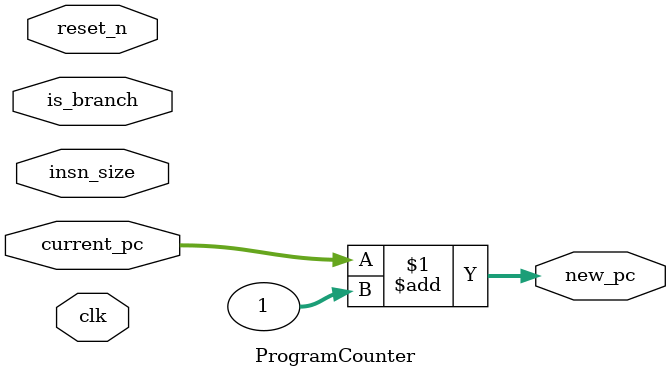
<source format=v>
/**@file
 * @brief
 * @author Igor Lesik
 *
 */

module ProgramCounter(
    clk,
    reset_n,
    insn_size,
    is_branch,
    current_pc,
    new_pc
);
    parameter WIDTH = 32;

    input clk;
    input reset_n;
    input insn_size;
    input is_branch;

    input  [WIDTH-1:0] current_pc;
    output [WIDTH-1:0] new_pc;

    assign new_pc = current_pc + 1;

/*
    output reg [WIDTH-1:0] pc;

    always @(posedge clk)
    begin
        //$monitor("%2d clk:%h reset_n:%h pc:%h", 
        //    $time, clk, reset_n, pc);

        if (~reset_n)
        begin
            pc <= 'h0;
        end
        else
        begin
            pc <= pc + 1;

        end
    end
*/
endmodule

</source>
